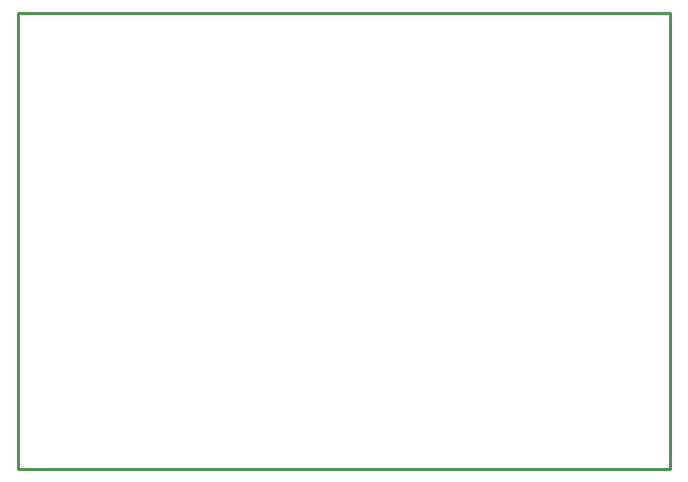
<source format=gko>
G04 Layer: BoardOutline*
G04 EasyEDA v6.4.17, 2021-02-24T11:03:34+07:00*
G04 ef73d0174efa4e16a56b608a547b3d4a,ed1066999ab64682bb259e5b7afb0417,10*
G04 Gerber Generator version 0.2*
G04 Scale: 100 percent, Rotated: No, Reflected: No *
G04 Dimensions in inches *
G04 leading zeros omitted , absolute positions ,3 integer and 6 decimal *
%FSLAX36Y36*%
%MOIN*%

%ADD10C,0.0100*%
D10*
X0Y1525000D02*
G01*
X-5000Y1525000D01*
X2170000Y1525000D01*
X2170000Y5000D01*
X-5000Y5000D01*
X-5000Y1525000D01*
X-5000Y1520000D01*

%LPD*%
M02*

</source>
